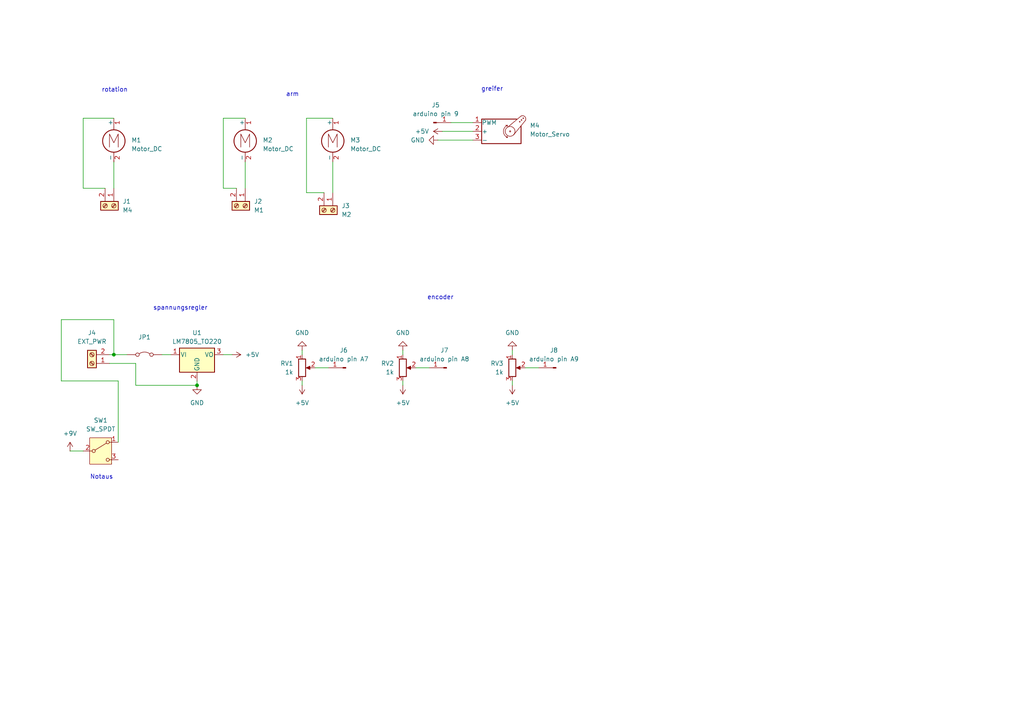
<source format=kicad_sch>
(kicad_sch
	(version 20250114)
	(generator "eeschema")
	(generator_version "9.0")
	(uuid "ed3aa7ce-c64d-41a3-9916-a970ce5f7551")
	(paper "A4")
	(lib_symbols
		(symbol "Connector:Conn_01x01_Pin"
			(pin_names
				(offset 1.016)
				(hide yes)
			)
			(exclude_from_sim no)
			(in_bom yes)
			(on_board yes)
			(property "Reference" "J"
				(at 0 2.54 0)
				(effects
					(font
						(size 1.27 1.27)
					)
				)
			)
			(property "Value" "Conn_01x01_Pin"
				(at 0 -2.54 0)
				(effects
					(font
						(size 1.27 1.27)
					)
				)
			)
			(property "Footprint" ""
				(at 0 0 0)
				(effects
					(font
						(size 1.27 1.27)
					)
					(hide yes)
				)
			)
			(property "Datasheet" "~"
				(at 0 0 0)
				(effects
					(font
						(size 1.27 1.27)
					)
					(hide yes)
				)
			)
			(property "Description" "Generic connector, single row, 01x01, script generated"
				(at 0 0 0)
				(effects
					(font
						(size 1.27 1.27)
					)
					(hide yes)
				)
			)
			(property "ki_locked" ""
				(at 0 0 0)
				(effects
					(font
						(size 1.27 1.27)
					)
				)
			)
			(property "ki_keywords" "connector"
				(at 0 0 0)
				(effects
					(font
						(size 1.27 1.27)
					)
					(hide yes)
				)
			)
			(property "ki_fp_filters" "Connector*:*_1x??_*"
				(at 0 0 0)
				(effects
					(font
						(size 1.27 1.27)
					)
					(hide yes)
				)
			)
			(symbol "Conn_01x01_Pin_1_1"
				(rectangle
					(start 0.8636 0.127)
					(end 0 -0.127)
					(stroke
						(width 0.1524)
						(type default)
					)
					(fill
						(type outline)
					)
				)
				(polyline
					(pts
						(xy 1.27 0) (xy 0.8636 0)
					)
					(stroke
						(width 0.1524)
						(type default)
					)
					(fill
						(type none)
					)
				)
				(pin passive line
					(at 5.08 0 180)
					(length 3.81)
					(name "Pin_1"
						(effects
							(font
								(size 1.27 1.27)
							)
						)
					)
					(number "1"
						(effects
							(font
								(size 1.27 1.27)
							)
						)
					)
				)
			)
			(embedded_fonts no)
		)
		(symbol "Connector:Screw_Terminal_01x02"
			(pin_names
				(offset 1.016)
				(hide yes)
			)
			(exclude_from_sim no)
			(in_bom yes)
			(on_board yes)
			(property "Reference" "J"
				(at 0 2.54 0)
				(effects
					(font
						(size 1.27 1.27)
					)
				)
			)
			(property "Value" "Screw_Terminal_01x02"
				(at 0 -5.08 0)
				(effects
					(font
						(size 1.27 1.27)
					)
				)
			)
			(property "Footprint" ""
				(at 0 0 0)
				(effects
					(font
						(size 1.27 1.27)
					)
					(hide yes)
				)
			)
			(property "Datasheet" "~"
				(at 0 0 0)
				(effects
					(font
						(size 1.27 1.27)
					)
					(hide yes)
				)
			)
			(property "Description" "Generic screw terminal, single row, 01x02, script generated (kicad-library-utils/schlib/autogen/connector/)"
				(at 0 0 0)
				(effects
					(font
						(size 1.27 1.27)
					)
					(hide yes)
				)
			)
			(property "ki_keywords" "screw terminal"
				(at 0 0 0)
				(effects
					(font
						(size 1.27 1.27)
					)
					(hide yes)
				)
			)
			(property "ki_fp_filters" "TerminalBlock*:*"
				(at 0 0 0)
				(effects
					(font
						(size 1.27 1.27)
					)
					(hide yes)
				)
			)
			(symbol "Screw_Terminal_01x02_1_1"
				(rectangle
					(start -1.27 1.27)
					(end 1.27 -3.81)
					(stroke
						(width 0.254)
						(type default)
					)
					(fill
						(type background)
					)
				)
				(polyline
					(pts
						(xy -0.5334 0.3302) (xy 0.3302 -0.508)
					)
					(stroke
						(width 0.1524)
						(type default)
					)
					(fill
						(type none)
					)
				)
				(polyline
					(pts
						(xy -0.5334 -2.2098) (xy 0.3302 -3.048)
					)
					(stroke
						(width 0.1524)
						(type default)
					)
					(fill
						(type none)
					)
				)
				(polyline
					(pts
						(xy -0.3556 0.508) (xy 0.508 -0.3302)
					)
					(stroke
						(width 0.1524)
						(type default)
					)
					(fill
						(type none)
					)
				)
				(polyline
					(pts
						(xy -0.3556 -2.032) (xy 0.508 -2.8702)
					)
					(stroke
						(width 0.1524)
						(type default)
					)
					(fill
						(type none)
					)
				)
				(circle
					(center 0 0)
					(radius 0.635)
					(stroke
						(width 0.1524)
						(type default)
					)
					(fill
						(type none)
					)
				)
				(circle
					(center 0 -2.54)
					(radius 0.635)
					(stroke
						(width 0.1524)
						(type default)
					)
					(fill
						(type none)
					)
				)
				(pin passive line
					(at -5.08 0 0)
					(length 3.81)
					(name "Pin_1"
						(effects
							(font
								(size 1.27 1.27)
							)
						)
					)
					(number "1"
						(effects
							(font
								(size 1.27 1.27)
							)
						)
					)
				)
				(pin passive line
					(at -5.08 -2.54 0)
					(length 3.81)
					(name "Pin_2"
						(effects
							(font
								(size 1.27 1.27)
							)
						)
					)
					(number "2"
						(effects
							(font
								(size 1.27 1.27)
							)
						)
					)
				)
			)
			(embedded_fonts no)
		)
		(symbol "Device:R_Potentiometer"
			(pin_names
				(offset 1.016)
				(hide yes)
			)
			(exclude_from_sim no)
			(in_bom yes)
			(on_board yes)
			(property "Reference" "RV"
				(at -4.445 0 90)
				(effects
					(font
						(size 1.27 1.27)
					)
				)
			)
			(property "Value" "R_Potentiometer"
				(at -2.54 0 90)
				(effects
					(font
						(size 1.27 1.27)
					)
				)
			)
			(property "Footprint" ""
				(at 0 0 0)
				(effects
					(font
						(size 1.27 1.27)
					)
					(hide yes)
				)
			)
			(property "Datasheet" "~"
				(at 0 0 0)
				(effects
					(font
						(size 1.27 1.27)
					)
					(hide yes)
				)
			)
			(property "Description" "Potentiometer"
				(at 0 0 0)
				(effects
					(font
						(size 1.27 1.27)
					)
					(hide yes)
				)
			)
			(property "ki_keywords" "resistor variable"
				(at 0 0 0)
				(effects
					(font
						(size 1.27 1.27)
					)
					(hide yes)
				)
			)
			(property "ki_fp_filters" "Potentiometer*"
				(at 0 0 0)
				(effects
					(font
						(size 1.27 1.27)
					)
					(hide yes)
				)
			)
			(symbol "R_Potentiometer_0_1"
				(rectangle
					(start 1.016 2.54)
					(end -1.016 -2.54)
					(stroke
						(width 0.254)
						(type default)
					)
					(fill
						(type none)
					)
				)
				(polyline
					(pts
						(xy 1.143 0) (xy 2.286 0.508) (xy 2.286 -0.508) (xy 1.143 0)
					)
					(stroke
						(width 0)
						(type default)
					)
					(fill
						(type outline)
					)
				)
				(polyline
					(pts
						(xy 2.54 0) (xy 1.524 0)
					)
					(stroke
						(width 0)
						(type default)
					)
					(fill
						(type none)
					)
				)
			)
			(symbol "R_Potentiometer_1_1"
				(pin passive line
					(at 0 3.81 270)
					(length 1.27)
					(name "1"
						(effects
							(font
								(size 1.27 1.27)
							)
						)
					)
					(number "1"
						(effects
							(font
								(size 1.27 1.27)
							)
						)
					)
				)
				(pin passive line
					(at 0 -3.81 90)
					(length 1.27)
					(name "3"
						(effects
							(font
								(size 1.27 1.27)
							)
						)
					)
					(number "3"
						(effects
							(font
								(size 1.27 1.27)
							)
						)
					)
				)
				(pin passive line
					(at 3.81 0 180)
					(length 1.27)
					(name "2"
						(effects
							(font
								(size 1.27 1.27)
							)
						)
					)
					(number "2"
						(effects
							(font
								(size 1.27 1.27)
							)
						)
					)
				)
			)
			(embedded_fonts no)
		)
		(symbol "Jumper:Jumper_2_Bridged"
			(pin_numbers
				(hide yes)
			)
			(pin_names
				(offset 0)
				(hide yes)
			)
			(exclude_from_sim yes)
			(in_bom yes)
			(on_board yes)
			(property "Reference" "JP"
				(at 0 1.905 0)
				(effects
					(font
						(size 1.27 1.27)
					)
				)
			)
			(property "Value" "Jumper_2_Bridged"
				(at 0 -2.54 0)
				(effects
					(font
						(size 1.27 1.27)
					)
				)
			)
			(property "Footprint" ""
				(at 0 0 0)
				(effects
					(font
						(size 1.27 1.27)
					)
					(hide yes)
				)
			)
			(property "Datasheet" "~"
				(at 0 0 0)
				(effects
					(font
						(size 1.27 1.27)
					)
					(hide yes)
				)
			)
			(property "Description" "Jumper, 2-pole, closed/bridged"
				(at 0 0 0)
				(effects
					(font
						(size 1.27 1.27)
					)
					(hide yes)
				)
			)
			(property "ki_keywords" "Jumper SPST"
				(at 0 0 0)
				(effects
					(font
						(size 1.27 1.27)
					)
					(hide yes)
				)
			)
			(property "ki_fp_filters" "Jumper* TestPoint*2Pads* TestPoint*Bridge*"
				(at 0 0 0)
				(effects
					(font
						(size 1.27 1.27)
					)
					(hide yes)
				)
			)
			(symbol "Jumper_2_Bridged_0_0"
				(circle
					(center -2.032 0)
					(radius 0.508)
					(stroke
						(width 0)
						(type default)
					)
					(fill
						(type none)
					)
				)
				(circle
					(center 2.032 0)
					(radius 0.508)
					(stroke
						(width 0)
						(type default)
					)
					(fill
						(type none)
					)
				)
			)
			(symbol "Jumper_2_Bridged_0_1"
				(arc
					(start -1.524 0.254)
					(mid 0 0.762)
					(end 1.524 0.254)
					(stroke
						(width 0)
						(type default)
					)
					(fill
						(type none)
					)
				)
			)
			(symbol "Jumper_2_Bridged_1_1"
				(pin passive line
					(at -5.08 0 0)
					(length 2.54)
					(name "A"
						(effects
							(font
								(size 1.27 1.27)
							)
						)
					)
					(number "1"
						(effects
							(font
								(size 1.27 1.27)
							)
						)
					)
				)
				(pin passive line
					(at 5.08 0 180)
					(length 2.54)
					(name "B"
						(effects
							(font
								(size 1.27 1.27)
							)
						)
					)
					(number "2"
						(effects
							(font
								(size 1.27 1.27)
							)
						)
					)
				)
			)
			(embedded_fonts no)
		)
		(symbol "Motor:Motor_DC"
			(pin_names
				(offset 0)
			)
			(exclude_from_sim no)
			(in_bom yes)
			(on_board yes)
			(property "Reference" "M"
				(at 2.54 2.54 0)
				(effects
					(font
						(size 1.27 1.27)
					)
					(justify left)
				)
			)
			(property "Value" "Motor_DC"
				(at 2.54 -5.08 0)
				(effects
					(font
						(size 1.27 1.27)
					)
					(justify left top)
				)
			)
			(property "Footprint" ""
				(at 0 -2.286 0)
				(effects
					(font
						(size 1.27 1.27)
					)
					(hide yes)
				)
			)
			(property "Datasheet" "~"
				(at 0 -2.286 0)
				(effects
					(font
						(size 1.27 1.27)
					)
					(hide yes)
				)
			)
			(property "Description" "DC Motor"
				(at 0 0 0)
				(effects
					(font
						(size 1.27 1.27)
					)
					(hide yes)
				)
			)
			(property "ki_keywords" "DC Motor"
				(at 0 0 0)
				(effects
					(font
						(size 1.27 1.27)
					)
					(hide yes)
				)
			)
			(property "ki_fp_filters" "PinHeader*P2.54mm* TerminalBlock*"
				(at 0 0 0)
				(effects
					(font
						(size 1.27 1.27)
					)
					(hide yes)
				)
			)
			(symbol "Motor_DC_0_0"
				(polyline
					(pts
						(xy -1.27 -3.302) (xy -1.27 0.508) (xy 0 -2.032) (xy 1.27 0.508) (xy 1.27 -3.302)
					)
					(stroke
						(width 0)
						(type default)
					)
					(fill
						(type none)
					)
				)
			)
			(symbol "Motor_DC_0_1"
				(polyline
					(pts
						(xy 0 2.032) (xy 0 2.54)
					)
					(stroke
						(width 0)
						(type default)
					)
					(fill
						(type none)
					)
				)
				(polyline
					(pts
						(xy 0 1.7272) (xy 0 2.0828)
					)
					(stroke
						(width 0)
						(type default)
					)
					(fill
						(type none)
					)
				)
				(circle
					(center 0 -1.524)
					(radius 3.2512)
					(stroke
						(width 0.254)
						(type default)
					)
					(fill
						(type none)
					)
				)
				(polyline
					(pts
						(xy 0 -4.7752) (xy 0 -5.1816)
					)
					(stroke
						(width 0)
						(type default)
					)
					(fill
						(type none)
					)
				)
				(polyline
					(pts
						(xy 0 -7.62) (xy 0 -7.112)
					)
					(stroke
						(width 0)
						(type default)
					)
					(fill
						(type none)
					)
				)
			)
			(symbol "Motor_DC_1_1"
				(pin passive line
					(at 0 5.08 270)
					(length 2.54)
					(name "+"
						(effects
							(font
								(size 1.27 1.27)
							)
						)
					)
					(number "1"
						(effects
							(font
								(size 1.27 1.27)
							)
						)
					)
				)
				(pin passive line
					(at 0 -7.62 90)
					(length 2.54)
					(name "-"
						(effects
							(font
								(size 1.27 1.27)
							)
						)
					)
					(number "2"
						(effects
							(font
								(size 1.27 1.27)
							)
						)
					)
				)
			)
			(embedded_fonts no)
		)
		(symbol "Motor:Motor_Servo"
			(pin_names
				(offset 0.0254)
			)
			(exclude_from_sim no)
			(in_bom yes)
			(on_board yes)
			(property "Reference" "M"
				(at -5.08 4.445 0)
				(effects
					(font
						(size 1.27 1.27)
					)
					(justify left)
				)
			)
			(property "Value" "Motor_Servo"
				(at -5.08 -4.064 0)
				(effects
					(font
						(size 1.27 1.27)
					)
					(justify left top)
				)
			)
			(property "Footprint" ""
				(at 0 -4.826 0)
				(effects
					(font
						(size 1.27 1.27)
					)
					(hide yes)
				)
			)
			(property "Datasheet" "http://forums.parallax.com/uploads/attachments/46831/74481.png"
				(at 0 -4.826 0)
				(effects
					(font
						(size 1.27 1.27)
					)
					(hide yes)
				)
			)
			(property "Description" "Servo Motor (Futaba, HiTec, JR connector)"
				(at 0 0 0)
				(effects
					(font
						(size 1.27 1.27)
					)
					(hide yes)
				)
			)
			(property "ki_keywords" "Servo Motor"
				(at 0 0 0)
				(effects
					(font
						(size 1.27 1.27)
					)
					(hide yes)
				)
			)
			(property "ki_fp_filters" "PinHeader*P2.54mm*"
				(at 0 0 0)
				(effects
					(font
						(size 1.27 1.27)
					)
					(hide yes)
				)
			)
			(symbol "Motor_Servo_0_1"
				(polyline
					(pts
						(xy 2.413 1.778) (xy 1.905 1.778)
					)
					(stroke
						(width 0)
						(type default)
					)
					(fill
						(type none)
					)
				)
				(polyline
					(pts
						(xy 2.413 1.778) (xy 2.286 1.397)
					)
					(stroke
						(width 0)
						(type default)
					)
					(fill
						(type none)
					)
				)
				(polyline
					(pts
						(xy 2.413 -1.778) (xy 2.032 -1.778)
					)
					(stroke
						(width 0)
						(type default)
					)
					(fill
						(type none)
					)
				)
				(polyline
					(pts
						(xy 2.413 -1.778) (xy 2.286 -1.397)
					)
					(stroke
						(width 0)
						(type default)
					)
					(fill
						(type none)
					)
				)
				(arc
					(start 2.413 -1.778)
					(mid 1.2406 0)
					(end 2.413 1.778)
					(stroke
						(width 0)
						(type default)
					)
					(fill
						(type none)
					)
				)
				(circle
					(center 3.175 0)
					(radius 0.1778)
					(stroke
						(width 0)
						(type default)
					)
					(fill
						(type none)
					)
				)
				(circle
					(center 3.175 0)
					(radius 1.4224)
					(stroke
						(width 0)
						(type default)
					)
					(fill
						(type none)
					)
				)
				(polyline
					(pts
						(xy 5.08 3.556) (xy -5.08 3.556) (xy -5.08 -3.556) (xy 6.35 -3.556) (xy 6.35 1.524)
					)
					(stroke
						(width 0.254)
						(type default)
					)
					(fill
						(type none)
					)
				)
				(circle
					(center 5.969 2.794)
					(radius 0.127)
					(stroke
						(width 0)
						(type default)
					)
					(fill
						(type none)
					)
				)
				(polyline
					(pts
						(xy 6.35 4.445) (xy 2.54 1.27)
					)
					(stroke
						(width 0)
						(type default)
					)
					(fill
						(type none)
					)
				)
				(circle
					(center 6.477 3.302)
					(radius 0.127)
					(stroke
						(width 0)
						(type default)
					)
					(fill
						(type none)
					)
				)
				(arc
					(start 6.35 4.445)
					(mid 7.4487 4.2737)
					(end 7.62 3.175)
					(stroke
						(width 0)
						(type default)
					)
					(fill
						(type none)
					)
				)
				(circle
					(center 6.985 3.81)
					(radius 0.127)
					(stroke
						(width 0)
						(type default)
					)
					(fill
						(type none)
					)
				)
				(polyline
					(pts
						(xy 7.62 3.175) (xy 4.191 -1.016)
					)
					(stroke
						(width 0)
						(type default)
					)
					(fill
						(type none)
					)
				)
			)
			(symbol "Motor_Servo_1_1"
				(pin passive line
					(at -7.62 2.54 0)
					(length 2.54)
					(name "PWM"
						(effects
							(font
								(size 1.27 1.27)
							)
						)
					)
					(number "1"
						(effects
							(font
								(size 1.27 1.27)
							)
						)
					)
				)
				(pin passive line
					(at -7.62 0 0)
					(length 2.54)
					(name "+"
						(effects
							(font
								(size 1.27 1.27)
							)
						)
					)
					(number "2"
						(effects
							(font
								(size 1.27 1.27)
							)
						)
					)
				)
				(pin passive line
					(at -7.62 -2.54 0)
					(length 2.54)
					(name "-"
						(effects
							(font
								(size 1.27 1.27)
							)
						)
					)
					(number "3"
						(effects
							(font
								(size 1.27 1.27)
							)
						)
					)
				)
			)
			(embedded_fonts no)
		)
		(symbol "Regulator_Linear:LM7805_TO220"
			(pin_names
				(offset 0.254)
			)
			(exclude_from_sim no)
			(in_bom yes)
			(on_board yes)
			(property "Reference" "U"
				(at -3.81 3.175 0)
				(effects
					(font
						(size 1.27 1.27)
					)
				)
			)
			(property "Value" "LM7805_TO220"
				(at 0 3.175 0)
				(effects
					(font
						(size 1.27 1.27)
					)
					(justify left)
				)
			)
			(property "Footprint" "Package_TO_SOT_THT:TO-220-3_Vertical"
				(at 0 5.715 0)
				(effects
					(font
						(size 1.27 1.27)
						(italic yes)
					)
					(hide yes)
				)
			)
			(property "Datasheet" "https://www.onsemi.cn/PowerSolutions/document/MC7800-D.PDF"
				(at 0 -1.27 0)
				(effects
					(font
						(size 1.27 1.27)
					)
					(hide yes)
				)
			)
			(property "Description" "Positive 1A 35V Linear Regulator, Fixed Output 5V, TO-220"
				(at 0 0 0)
				(effects
					(font
						(size 1.27 1.27)
					)
					(hide yes)
				)
			)
			(property "ki_keywords" "Voltage Regulator 1A Positive"
				(at 0 0 0)
				(effects
					(font
						(size 1.27 1.27)
					)
					(hide yes)
				)
			)
			(property "ki_fp_filters" "TO?220*"
				(at 0 0 0)
				(effects
					(font
						(size 1.27 1.27)
					)
					(hide yes)
				)
			)
			(symbol "LM7805_TO220_0_1"
				(rectangle
					(start -5.08 1.905)
					(end 5.08 -5.08)
					(stroke
						(width 0.254)
						(type default)
					)
					(fill
						(type background)
					)
				)
			)
			(symbol "LM7805_TO220_1_1"
				(pin power_in line
					(at -7.62 0 0)
					(length 2.54)
					(name "VI"
						(effects
							(font
								(size 1.27 1.27)
							)
						)
					)
					(number "1"
						(effects
							(font
								(size 1.27 1.27)
							)
						)
					)
				)
				(pin power_in line
					(at 0 -7.62 90)
					(length 2.54)
					(name "GND"
						(effects
							(font
								(size 1.27 1.27)
							)
						)
					)
					(number "2"
						(effects
							(font
								(size 1.27 1.27)
							)
						)
					)
				)
				(pin power_out line
					(at 7.62 0 180)
					(length 2.54)
					(name "VO"
						(effects
							(font
								(size 1.27 1.27)
							)
						)
					)
					(number "3"
						(effects
							(font
								(size 1.27 1.27)
							)
						)
					)
				)
			)
			(embedded_fonts no)
		)
		(symbol "Switch:SW_SPDT"
			(pin_names
				(offset 0)
				(hide yes)
			)
			(exclude_from_sim no)
			(in_bom yes)
			(on_board yes)
			(property "Reference" "SW"
				(at 0 5.08 0)
				(effects
					(font
						(size 1.27 1.27)
					)
				)
			)
			(property "Value" "SW_SPDT"
				(at 0 -5.08 0)
				(effects
					(font
						(size 1.27 1.27)
					)
				)
			)
			(property "Footprint" ""
				(at 0 0 0)
				(effects
					(font
						(size 1.27 1.27)
					)
					(hide yes)
				)
			)
			(property "Datasheet" "~"
				(at 0 -7.62 0)
				(effects
					(font
						(size 1.27 1.27)
					)
					(hide yes)
				)
			)
			(property "Description" "Switch, single pole double throw"
				(at 0 0 0)
				(effects
					(font
						(size 1.27 1.27)
					)
					(hide yes)
				)
			)
			(property "ki_keywords" "switch single-pole double-throw spdt ON-ON"
				(at 0 0 0)
				(effects
					(font
						(size 1.27 1.27)
					)
					(hide yes)
				)
			)
			(symbol "SW_SPDT_0_1"
				(circle
					(center -2.032 0)
					(radius 0.4572)
					(stroke
						(width 0)
						(type default)
					)
					(fill
						(type none)
					)
				)
				(polyline
					(pts
						(xy -1.651 0.254) (xy 1.651 2.286)
					)
					(stroke
						(width 0)
						(type default)
					)
					(fill
						(type none)
					)
				)
				(circle
					(center 2.032 2.54)
					(radius 0.4572)
					(stroke
						(width 0)
						(type default)
					)
					(fill
						(type none)
					)
				)
				(circle
					(center 2.032 -2.54)
					(radius 0.4572)
					(stroke
						(width 0)
						(type default)
					)
					(fill
						(type none)
					)
				)
			)
			(symbol "SW_SPDT_1_1"
				(rectangle
					(start -3.175 3.81)
					(end 3.175 -3.81)
					(stroke
						(width 0)
						(type default)
					)
					(fill
						(type background)
					)
				)
				(pin passive line
					(at -5.08 0 0)
					(length 2.54)
					(name "B"
						(effects
							(font
								(size 1.27 1.27)
							)
						)
					)
					(number "2"
						(effects
							(font
								(size 1.27 1.27)
							)
						)
					)
				)
				(pin passive line
					(at 5.08 2.54 180)
					(length 2.54)
					(name "A"
						(effects
							(font
								(size 1.27 1.27)
							)
						)
					)
					(number "1"
						(effects
							(font
								(size 1.27 1.27)
							)
						)
					)
				)
				(pin passive line
					(at 5.08 -2.54 180)
					(length 2.54)
					(name "C"
						(effects
							(font
								(size 1.27 1.27)
							)
						)
					)
					(number "3"
						(effects
							(font
								(size 1.27 1.27)
							)
						)
					)
				)
			)
			(embedded_fonts no)
		)
		(symbol "power:+5V"
			(power)
			(pin_numbers
				(hide yes)
			)
			(pin_names
				(offset 0)
				(hide yes)
			)
			(exclude_from_sim no)
			(in_bom yes)
			(on_board yes)
			(property "Reference" "#PWR"
				(at 0 -3.81 0)
				(effects
					(font
						(size 1.27 1.27)
					)
					(hide yes)
				)
			)
			(property "Value" "+5V"
				(at 0 3.556 0)
				(effects
					(font
						(size 1.27 1.27)
					)
				)
			)
			(property "Footprint" ""
				(at 0 0 0)
				(effects
					(font
						(size 1.27 1.27)
					)
					(hide yes)
				)
			)
			(property "Datasheet" ""
				(at 0 0 0)
				(effects
					(font
						(size 1.27 1.27)
					)
					(hide yes)
				)
			)
			(property "Description" "Power symbol creates a global label with name \"+5V\""
				(at 0 0 0)
				(effects
					(font
						(size 1.27 1.27)
					)
					(hide yes)
				)
			)
			(property "ki_keywords" "global power"
				(at 0 0 0)
				(effects
					(font
						(size 1.27 1.27)
					)
					(hide yes)
				)
			)
			(symbol "+5V_0_1"
				(polyline
					(pts
						(xy -0.762 1.27) (xy 0 2.54)
					)
					(stroke
						(width 0)
						(type default)
					)
					(fill
						(type none)
					)
				)
				(polyline
					(pts
						(xy 0 2.54) (xy 0.762 1.27)
					)
					(stroke
						(width 0)
						(type default)
					)
					(fill
						(type none)
					)
				)
				(polyline
					(pts
						(xy 0 0) (xy 0 2.54)
					)
					(stroke
						(width 0)
						(type default)
					)
					(fill
						(type none)
					)
				)
			)
			(symbol "+5V_1_1"
				(pin power_in line
					(at 0 0 90)
					(length 0)
					(name "~"
						(effects
							(font
								(size 1.27 1.27)
							)
						)
					)
					(number "1"
						(effects
							(font
								(size 1.27 1.27)
							)
						)
					)
				)
			)
			(embedded_fonts no)
		)
		(symbol "power:+9V"
			(power)
			(pin_numbers
				(hide yes)
			)
			(pin_names
				(offset 0)
				(hide yes)
			)
			(exclude_from_sim no)
			(in_bom yes)
			(on_board yes)
			(property "Reference" "#PWR"
				(at 0 -3.81 0)
				(effects
					(font
						(size 1.27 1.27)
					)
					(hide yes)
				)
			)
			(property "Value" "+9V"
				(at 0 3.556 0)
				(effects
					(font
						(size 1.27 1.27)
					)
				)
			)
			(property "Footprint" ""
				(at 0 0 0)
				(effects
					(font
						(size 1.27 1.27)
					)
					(hide yes)
				)
			)
			(property "Datasheet" ""
				(at 0 0 0)
				(effects
					(font
						(size 1.27 1.27)
					)
					(hide yes)
				)
			)
			(property "Description" "Power symbol creates a global label with name \"+9V\""
				(at 0 0 0)
				(effects
					(font
						(size 1.27 1.27)
					)
					(hide yes)
				)
			)
			(property "ki_keywords" "global power"
				(at 0 0 0)
				(effects
					(font
						(size 1.27 1.27)
					)
					(hide yes)
				)
			)
			(symbol "+9V_0_1"
				(polyline
					(pts
						(xy -0.762 1.27) (xy 0 2.54)
					)
					(stroke
						(width 0)
						(type default)
					)
					(fill
						(type none)
					)
				)
				(polyline
					(pts
						(xy 0 2.54) (xy 0.762 1.27)
					)
					(stroke
						(width 0)
						(type default)
					)
					(fill
						(type none)
					)
				)
				(polyline
					(pts
						(xy 0 0) (xy 0 2.54)
					)
					(stroke
						(width 0)
						(type default)
					)
					(fill
						(type none)
					)
				)
			)
			(symbol "+9V_1_1"
				(pin power_in line
					(at 0 0 90)
					(length 0)
					(name "~"
						(effects
							(font
								(size 1.27 1.27)
							)
						)
					)
					(number "1"
						(effects
							(font
								(size 1.27 1.27)
							)
						)
					)
				)
			)
			(embedded_fonts no)
		)
		(symbol "power:GND"
			(power)
			(pin_numbers
				(hide yes)
			)
			(pin_names
				(offset 0)
				(hide yes)
			)
			(exclude_from_sim no)
			(in_bom yes)
			(on_board yes)
			(property "Reference" "#PWR"
				(at 0 -6.35 0)
				(effects
					(font
						(size 1.27 1.27)
					)
					(hide yes)
				)
			)
			(property "Value" "GND"
				(at 0 -3.81 0)
				(effects
					(font
						(size 1.27 1.27)
					)
				)
			)
			(property "Footprint" ""
				(at 0 0 0)
				(effects
					(font
						(size 1.27 1.27)
					)
					(hide yes)
				)
			)
			(property "Datasheet" ""
				(at 0 0 0)
				(effects
					(font
						(size 1.27 1.27)
					)
					(hide yes)
				)
			)
			(property "Description" "Power symbol creates a global label with name \"GND\" , ground"
				(at 0 0 0)
				(effects
					(font
						(size 1.27 1.27)
					)
					(hide yes)
				)
			)
			(property "ki_keywords" "global power"
				(at 0 0 0)
				(effects
					(font
						(size 1.27 1.27)
					)
					(hide yes)
				)
			)
			(symbol "GND_0_1"
				(polyline
					(pts
						(xy 0 0) (xy 0 -1.27) (xy 1.27 -1.27) (xy 0 -2.54) (xy -1.27 -1.27) (xy 0 -1.27)
					)
					(stroke
						(width 0)
						(type default)
					)
					(fill
						(type none)
					)
				)
			)
			(symbol "GND_1_1"
				(pin power_in line
					(at 0 0 270)
					(length 0)
					(name "~"
						(effects
							(font
								(size 1.27 1.27)
							)
						)
					)
					(number "1"
						(effects
							(font
								(size 1.27 1.27)
							)
						)
					)
				)
			)
			(embedded_fonts no)
		)
	)
	(text "encoder"
		(exclude_from_sim no)
		(at 127.762 86.36 0)
		(effects
			(font
				(size 1.27 1.27)
			)
		)
		(uuid "0018281c-2355-4590-ac1c-f495d20a514c")
	)
	(text "arm"
		(exclude_from_sim no)
		(at 84.836 27.432 0)
		(effects
			(font
				(size 1.27 1.27)
			)
		)
		(uuid "86d78e16-5078-46eb-b157-876bf7fdc09e")
	)
	(text "Notaus"
		(exclude_from_sim no)
		(at 29.464 138.43 0)
		(effects
			(font
				(size 1.27 1.27)
			)
		)
		(uuid "9574eea5-5db5-4169-a1d4-550910ed8552")
	)
	(text "rotation"
		(exclude_from_sim no)
		(at 33.274 26.162 0)
		(effects
			(font
				(size 1.27 1.27)
			)
		)
		(uuid "961f1f24-ab71-45ba-ac6c-ba4cf42792c6")
	)
	(text "greifer"
		(exclude_from_sim no)
		(at 142.748 25.908 0)
		(effects
			(font
				(size 1.27 1.27)
			)
		)
		(uuid "a3550532-f136-495a-bf3a-322cf26175f1")
	)
	(text "spannungsregler\n"
		(exclude_from_sim no)
		(at 52.324 89.408 0)
		(effects
			(font
				(size 1.27 1.27)
			)
		)
		(uuid "d1b2fc61-397c-4715-9b62-902970bcdce6")
	)
	(junction
		(at 33.02 102.87)
		(diameter 0)
		(color 0 0 0 0)
		(uuid "10b00dda-f585-49ae-8ff2-cad6a6f46eca")
	)
	(junction
		(at 57.15 111.76)
		(diameter 0)
		(color 0 0 0 0)
		(uuid "d9ea2c06-2637-4709-bd44-a057edc64e39")
	)
	(wire
		(pts
			(xy 156.21 106.68) (xy 152.4 106.68)
		)
		(stroke
			(width 0)
			(type default)
		)
		(uuid "0054d8a8-adec-4ea7-9f5d-9b48f8f0853c")
	)
	(wire
		(pts
			(xy 34.29 110.49) (xy 17.78 110.49)
		)
		(stroke
			(width 0)
			(type default)
		)
		(uuid "021f3c4e-3ae1-4f24-9f27-2d47a226110c")
	)
	(wire
		(pts
			(xy 33.02 102.87) (xy 36.83 102.87)
		)
		(stroke
			(width 0)
			(type default)
		)
		(uuid "10872699-e18b-4c63-accd-46acb8d0d821")
	)
	(wire
		(pts
			(xy 24.13 34.29) (xy 33.02 34.29)
		)
		(stroke
			(width 0)
			(type default)
		)
		(uuid "1860f896-8c92-46c8-b539-9adfb2aa05c1")
	)
	(wire
		(pts
			(xy 17.78 92.71) (xy 33.02 92.71)
		)
		(stroke
			(width 0)
			(type default)
		)
		(uuid "26c01b9c-94f6-4c46-bcee-a200e126c0be")
	)
	(wire
		(pts
			(xy 17.78 110.49) (xy 17.78 92.71)
		)
		(stroke
			(width 0)
			(type default)
		)
		(uuid "2834daa3-338a-4aa4-886e-a61b3000b491")
	)
	(wire
		(pts
			(xy 128.27 38.1) (xy 137.16 38.1)
		)
		(stroke
			(width 0)
			(type default)
		)
		(uuid "32fb480c-0811-4019-ab66-962fa79da487")
	)
	(wire
		(pts
			(xy 93.98 55.88) (xy 88.9 55.88)
		)
		(stroke
			(width 0)
			(type default)
		)
		(uuid "3b402d93-a9b4-4631-a76b-978a717be825")
	)
	(wire
		(pts
			(xy 39.37 105.41) (xy 39.37 111.76)
		)
		(stroke
			(width 0)
			(type default)
		)
		(uuid "42efc8fe-2277-48bd-89d3-50f7038f13a5")
	)
	(wire
		(pts
			(xy 148.59 110.49) (xy 148.59 111.76)
		)
		(stroke
			(width 0)
			(type default)
		)
		(uuid "549bf180-85df-470f-a7d0-0cac8f4d896e")
	)
	(wire
		(pts
			(xy 96.52 46.99) (xy 96.52 55.88)
		)
		(stroke
			(width 0)
			(type default)
		)
		(uuid "55aeb973-8d9e-42fe-8f50-2caa7fa513cc")
	)
	(wire
		(pts
			(xy 87.63 101.6) (xy 87.63 102.87)
		)
		(stroke
			(width 0)
			(type default)
		)
		(uuid "65ec87e2-96f0-441f-8cb0-bf0ecf46fe12")
	)
	(wire
		(pts
			(xy 88.9 55.88) (xy 88.9 34.29)
		)
		(stroke
			(width 0)
			(type default)
		)
		(uuid "69bd3435-e992-4e55-927d-a9adb1d7a997")
	)
	(wire
		(pts
			(xy 31.75 102.87) (xy 33.02 102.87)
		)
		(stroke
			(width 0)
			(type default)
		)
		(uuid "6c3b72b9-0c10-4836-b88a-d0b6b69a2114")
	)
	(wire
		(pts
			(xy 116.84 101.6) (xy 116.84 102.87)
		)
		(stroke
			(width 0)
			(type default)
		)
		(uuid "6f09beff-89a3-4b85-a831-66368dd97efa")
	)
	(wire
		(pts
			(xy 30.48 54.61) (xy 24.13 54.61)
		)
		(stroke
			(width 0)
			(type default)
		)
		(uuid "705c51bd-6aea-451a-b475-b01a8dece418")
	)
	(wire
		(pts
			(xy 64.77 34.29) (xy 71.12 34.29)
		)
		(stroke
			(width 0)
			(type default)
		)
		(uuid "77c10feb-8d01-4a49-ad1c-2475091affd7")
	)
	(wire
		(pts
			(xy 33.02 46.99) (xy 33.02 54.61)
		)
		(stroke
			(width 0)
			(type default)
		)
		(uuid "842d2e4a-6acf-4248-a3fb-3a8d45ee49fa")
	)
	(wire
		(pts
			(xy 124.46 106.68) (xy 120.65 106.68)
		)
		(stroke
			(width 0)
			(type default)
		)
		(uuid "86c592cb-052c-464c-9747-00f4200d12c8")
	)
	(wire
		(pts
			(xy 57.15 110.49) (xy 57.15 111.76)
		)
		(stroke
			(width 0)
			(type default)
		)
		(uuid "8b8b5940-4fe1-4399-a1e8-4f667b4c04fb")
	)
	(wire
		(pts
			(xy 87.63 110.49) (xy 87.63 111.76)
		)
		(stroke
			(width 0)
			(type default)
		)
		(uuid "8ea6cbb5-a032-4b27-8242-e55be79010cc")
	)
	(wire
		(pts
			(xy 20.32 130.81) (xy 24.13 130.81)
		)
		(stroke
			(width 0)
			(type default)
		)
		(uuid "950eff22-bac2-4246-88df-206955544097")
	)
	(wire
		(pts
			(xy 64.77 54.61) (xy 64.77 34.29)
		)
		(stroke
			(width 0)
			(type default)
		)
		(uuid "966e124a-c551-4b9d-ad49-7c5be5d2d4f7")
	)
	(wire
		(pts
			(xy 148.59 101.6) (xy 148.59 102.87)
		)
		(stroke
			(width 0)
			(type default)
		)
		(uuid "97991832-1d01-479e-b8ba-cd55f821465b")
	)
	(wire
		(pts
			(xy 33.02 92.71) (xy 33.02 102.87)
		)
		(stroke
			(width 0)
			(type default)
		)
		(uuid "ada0c9f2-a832-4e9a-b60d-e921d56b2664")
	)
	(wire
		(pts
			(xy 88.9 34.29) (xy 96.52 34.29)
		)
		(stroke
			(width 0)
			(type default)
		)
		(uuid "aec42c1a-604c-440c-b81f-9cbe54064a7b")
	)
	(wire
		(pts
			(xy 68.58 54.61) (xy 64.77 54.61)
		)
		(stroke
			(width 0)
			(type default)
		)
		(uuid "b4d13c9e-8775-43f8-82f4-8f92d643967e")
	)
	(wire
		(pts
			(xy 24.13 54.61) (xy 24.13 34.29)
		)
		(stroke
			(width 0)
			(type default)
		)
		(uuid "b9ff9150-5ac1-40aa-a4d1-c3eb4aa48411")
	)
	(wire
		(pts
			(xy 116.84 110.49) (xy 116.84 111.76)
		)
		(stroke
			(width 0)
			(type default)
		)
		(uuid "bc2e53c8-4af9-4147-99e2-22b39b25240d")
	)
	(wire
		(pts
			(xy 130.81 35.56) (xy 137.16 35.56)
		)
		(stroke
			(width 0)
			(type default)
		)
		(uuid "bfc7afb2-7277-4926-95f0-53070861995d")
	)
	(wire
		(pts
			(xy 39.37 111.76) (xy 57.15 111.76)
		)
		(stroke
			(width 0)
			(type default)
		)
		(uuid "c0c24249-f51a-4c77-b4b6-baa864abab40")
	)
	(wire
		(pts
			(xy 46.99 102.87) (xy 49.53 102.87)
		)
		(stroke
			(width 0)
			(type default)
		)
		(uuid "cefdbf5a-7a6b-451e-a343-91ea8d81fea9")
	)
	(wire
		(pts
			(xy 31.75 105.41) (xy 39.37 105.41)
		)
		(stroke
			(width 0)
			(type default)
		)
		(uuid "d1863356-49f3-48af-8aee-8901aa3a9217")
	)
	(wire
		(pts
			(xy 127 40.64) (xy 137.16 40.64)
		)
		(stroke
			(width 0)
			(type default)
		)
		(uuid "e9a01515-f761-4909-974c-5de6ea4db582")
	)
	(wire
		(pts
			(xy 34.29 128.27) (xy 34.29 110.49)
		)
		(stroke
			(width 0)
			(type default)
		)
		(uuid "ea516fa9-5d47-4633-a1d3-d511a1b41140")
	)
	(wire
		(pts
			(xy 64.77 102.87) (xy 67.31 102.87)
		)
		(stroke
			(width 0)
			(type default)
		)
		(uuid "ebf67325-a2dd-483b-ad9c-520d5aa150f7")
	)
	(wire
		(pts
			(xy 95.25 106.68) (xy 91.44 106.68)
		)
		(stroke
			(width 0)
			(type default)
		)
		(uuid "fa9c9270-bebe-46e2-9654-b3e2795b031e")
	)
	(wire
		(pts
			(xy 71.12 46.99) (xy 71.12 54.61)
		)
		(stroke
			(width 0)
			(type default)
		)
		(uuid "fd9d2bf3-1964-400f-a1b8-eaa4fc72bb16")
	)
	(symbol
		(lib_id "power:GND")
		(at 127 40.64 270)
		(unit 1)
		(exclude_from_sim no)
		(in_bom yes)
		(on_board yes)
		(dnp no)
		(fields_autoplaced yes)
		(uuid "0f34f5a5-3eba-40ed-bb71-c224805674df")
		(property "Reference" "#PWR02"
			(at 120.65 40.64 0)
			(effects
				(font
					(size 1.27 1.27)
				)
				(hide yes)
			)
		)
		(property "Value" "GND"
			(at 123.19 40.6399 90)
			(effects
				(font
					(size 1.27 1.27)
				)
				(justify right)
			)
		)
		(property "Footprint" ""
			(at 127 40.64 0)
			(effects
				(font
					(size 1.27 1.27)
				)
				(hide yes)
			)
		)
		(property "Datasheet" ""
			(at 127 40.64 0)
			(effects
				(font
					(size 1.27 1.27)
				)
				(hide yes)
			)
		)
		(property "Description" "Power symbol creates a global label with name \"GND\" , ground"
			(at 127 40.64 0)
			(effects
				(font
					(size 1.27 1.27)
				)
				(hide yes)
			)
		)
		(pin "1"
			(uuid "6b51a8cf-c916-4feb-8a0c-aad818e8e54b")
		)
		(instances
			(project "schaltplan poti"
				(path "/ed3aa7ce-c64d-41a3-9916-a970ce5f7551"
					(reference "#PWR02")
					(unit 1)
				)
			)
		)
	)
	(symbol
		(lib_id "Connector:Screw_Terminal_01x02")
		(at 96.52 60.96 270)
		(unit 1)
		(exclude_from_sim no)
		(in_bom yes)
		(on_board yes)
		(dnp no)
		(fields_autoplaced yes)
		(uuid "15521dab-0704-47d6-8907-0a8e89011ebb")
		(property "Reference" "J3"
			(at 99.06 59.6899 90)
			(effects
				(font
					(size 1.27 1.27)
				)
				(justify left)
			)
		)
		(property "Value" "M2"
			(at 99.06 62.2299 90)
			(effects
				(font
					(size 1.27 1.27)
				)
				(justify left)
			)
		)
		(property "Footprint" ""
			(at 96.52 60.96 0)
			(effects
				(font
					(size 1.27 1.27)
				)
				(hide yes)
			)
		)
		(property "Datasheet" "~"
			(at 96.52 60.96 0)
			(effects
				(font
					(size 1.27 1.27)
				)
				(hide yes)
			)
		)
		(property "Description" "Generic screw terminal, single row, 01x02, script generated (kicad-library-utils/schlib/autogen/connector/)"
			(at 96.52 60.96 0)
			(effects
				(font
					(size 1.27 1.27)
				)
				(hide yes)
			)
		)
		(pin "2"
			(uuid "a0bf6bfc-22ba-43ac-a893-ce34a7685252")
		)
		(pin "1"
			(uuid "43aeb61a-3ab9-4c75-9dae-d724fb71e188")
		)
		(instances
			(project "schaltplan poti"
				(path "/ed3aa7ce-c64d-41a3-9916-a970ce5f7551"
					(reference "J3")
					(unit 1)
				)
			)
		)
	)
	(symbol
		(lib_id "power:GND")
		(at 57.15 111.76 0)
		(unit 1)
		(exclude_from_sim no)
		(in_bom yes)
		(on_board yes)
		(dnp no)
		(fields_autoplaced yes)
		(uuid "1cb416f4-c6bb-40e3-bcb0-c248a23ad56f")
		(property "Reference" "#PWR04"
			(at 57.15 118.11 0)
			(effects
				(font
					(size 1.27 1.27)
				)
				(hide yes)
			)
		)
		(property "Value" "GND"
			(at 57.15 116.84 0)
			(effects
				(font
					(size 1.27 1.27)
				)
			)
		)
		(property "Footprint" ""
			(at 57.15 111.76 0)
			(effects
				(font
					(size 1.27 1.27)
				)
				(hide yes)
			)
		)
		(property "Datasheet" ""
			(at 57.15 111.76 0)
			(effects
				(font
					(size 1.27 1.27)
				)
				(hide yes)
			)
		)
		(property "Description" "Power symbol creates a global label with name \"GND\" , ground"
			(at 57.15 111.76 0)
			(effects
				(font
					(size 1.27 1.27)
				)
				(hide yes)
			)
		)
		(pin "1"
			(uuid "2188a2d3-5ee3-44ba-8c05-39def79b7a89")
		)
		(instances
			(project "schaltplan poti"
				(path "/ed3aa7ce-c64d-41a3-9916-a970ce5f7551"
					(reference "#PWR04")
					(unit 1)
				)
			)
		)
	)
	(symbol
		(lib_id "power:+5V")
		(at 67.31 102.87 270)
		(unit 1)
		(exclude_from_sim no)
		(in_bom yes)
		(on_board yes)
		(dnp no)
		(fields_autoplaced yes)
		(uuid "2c7a5e99-92fb-4c63-a609-85cd1c2870b8")
		(property "Reference" "#PWR05"
			(at 63.5 102.87 0)
			(effects
				(font
					(size 1.27 1.27)
				)
				(hide yes)
			)
		)
		(property "Value" "+5V"
			(at 71.12 102.8699 90)
			(effects
				(font
					(size 1.27 1.27)
				)
				(justify left)
			)
		)
		(property "Footprint" ""
			(at 67.31 102.87 0)
			(effects
				(font
					(size 1.27 1.27)
				)
				(hide yes)
			)
		)
		(property "Datasheet" ""
			(at 67.31 102.87 0)
			(effects
				(font
					(size 1.27 1.27)
				)
				(hide yes)
			)
		)
		(property "Description" "Power symbol creates a global label with name \"+5V\""
			(at 67.31 102.87 0)
			(effects
				(font
					(size 1.27 1.27)
				)
				(hide yes)
			)
		)
		(pin "1"
			(uuid "a9acdeb1-3584-499f-837c-8b7261833168")
		)
		(instances
			(project "schaltplan poti"
				(path "/ed3aa7ce-c64d-41a3-9916-a970ce5f7551"
					(reference "#PWR05")
					(unit 1)
				)
			)
		)
	)
	(symbol
		(lib_id "Device:R_Potentiometer")
		(at 87.63 106.68 0)
		(unit 1)
		(exclude_from_sim no)
		(in_bom yes)
		(on_board yes)
		(dnp no)
		(fields_autoplaced yes)
		(uuid "2e5dd122-b9bd-453d-afbb-40a43a2fe845")
		(property "Reference" "RV1"
			(at 85.09 105.4099 0)
			(effects
				(font
					(size 1.27 1.27)
				)
				(justify right)
			)
		)
		(property "Value" "1k"
			(at 85.09 107.9499 0)
			(effects
				(font
					(size 1.27 1.27)
				)
				(justify right)
			)
		)
		(property "Footprint" ""
			(at 87.63 106.68 0)
			(effects
				(font
					(size 1.27 1.27)
				)
				(hide yes)
			)
		)
		(property "Datasheet" "~"
			(at 87.63 106.68 0)
			(effects
				(font
					(size 1.27 1.27)
				)
				(hide yes)
			)
		)
		(property "Description" "Potentiometer"
			(at 87.63 106.68 0)
			(effects
				(font
					(size 1.27 1.27)
				)
				(hide yes)
			)
		)
		(pin "3"
			(uuid "7dc0cf17-9a1d-4ca6-b709-24703074e05a")
		)
		(pin "1"
			(uuid "563b3bc3-353e-491a-9c09-0792e493d7d7")
		)
		(pin "2"
			(uuid "0d80f5ed-645e-4042-849d-7764b138df6a")
		)
		(instances
			(project ""
				(path "/ed3aa7ce-c64d-41a3-9916-a970ce5f7551"
					(reference "RV1")
					(unit 1)
				)
			)
		)
	)
	(symbol
		(lib_id "Motor:Motor_DC")
		(at 71.12 39.37 0)
		(unit 1)
		(exclude_from_sim no)
		(in_bom yes)
		(on_board yes)
		(dnp no)
		(fields_autoplaced yes)
		(uuid "35e31cf1-8b7f-474e-bddc-92cd6ad3c3aa")
		(property "Reference" "M2"
			(at 76.2 40.6399 0)
			(effects
				(font
					(size 1.27 1.27)
				)
				(justify left)
			)
		)
		(property "Value" "Motor_DC"
			(at 76.2 43.1799 0)
			(effects
				(font
					(size 1.27 1.27)
				)
				(justify left)
			)
		)
		(property "Footprint" ""
			(at 71.12 41.656 0)
			(effects
				(font
					(size 1.27 1.27)
				)
				(hide yes)
			)
		)
		(property "Datasheet" "~"
			(at 71.12 41.656 0)
			(effects
				(font
					(size 1.27 1.27)
				)
				(hide yes)
			)
		)
		(property "Description" "DC Motor"
			(at 71.12 39.37 0)
			(effects
				(font
					(size 1.27 1.27)
				)
				(hide yes)
			)
		)
		(pin "1"
			(uuid "6000ba26-3061-47eb-bf95-f75dfa3c4966")
		)
		(pin "2"
			(uuid "e76fa508-4d79-4e64-a974-d5caa19be266")
		)
		(instances
			(project "schaltplan poti"
				(path "/ed3aa7ce-c64d-41a3-9916-a970ce5f7551"
					(reference "M2")
					(unit 1)
				)
			)
		)
	)
	(symbol
		(lib_id "Motor:Motor_DC")
		(at 96.52 39.37 0)
		(unit 1)
		(exclude_from_sim no)
		(in_bom yes)
		(on_board yes)
		(dnp no)
		(fields_autoplaced yes)
		(uuid "38c0d6d6-fe05-4b58-b67e-efede40a34e0")
		(property "Reference" "M3"
			(at 101.6 40.6399 0)
			(effects
				(font
					(size 1.27 1.27)
				)
				(justify left)
			)
		)
		(property "Value" "Motor_DC"
			(at 101.6 43.1799 0)
			(effects
				(font
					(size 1.27 1.27)
				)
				(justify left)
			)
		)
		(property "Footprint" ""
			(at 96.52 41.656 0)
			(effects
				(font
					(size 1.27 1.27)
				)
				(hide yes)
			)
		)
		(property "Datasheet" "~"
			(at 96.52 41.656 0)
			(effects
				(font
					(size 1.27 1.27)
				)
				(hide yes)
			)
		)
		(property "Description" "DC Motor"
			(at 96.52 39.37 0)
			(effects
				(font
					(size 1.27 1.27)
				)
				(hide yes)
			)
		)
		(pin "1"
			(uuid "7796f5ee-1e9d-425f-8456-5615706ca168")
		)
		(pin "2"
			(uuid "57c41e93-5642-49db-ab1b-4ed74ccdb823")
		)
		(instances
			(project "schaltplan poti"
				(path "/ed3aa7ce-c64d-41a3-9916-a970ce5f7551"
					(reference "M3")
					(unit 1)
				)
			)
		)
	)
	(symbol
		(lib_id "Device:R_Potentiometer")
		(at 148.59 106.68 0)
		(unit 1)
		(exclude_from_sim no)
		(in_bom yes)
		(on_board yes)
		(dnp no)
		(fields_autoplaced yes)
		(uuid "38fd5df2-30fb-4937-845f-b4ccf2e42b39")
		(property "Reference" "RV3"
			(at 146.05 105.4099 0)
			(effects
				(font
					(size 1.27 1.27)
				)
				(justify right)
			)
		)
		(property "Value" "1k"
			(at 146.05 107.9499 0)
			(effects
				(font
					(size 1.27 1.27)
				)
				(justify right)
			)
		)
		(property "Footprint" ""
			(at 148.59 106.68 0)
			(effects
				(font
					(size 1.27 1.27)
				)
				(hide yes)
			)
		)
		(property "Datasheet" "~"
			(at 148.59 106.68 0)
			(effects
				(font
					(size 1.27 1.27)
				)
				(hide yes)
			)
		)
		(property "Description" "Potentiometer"
			(at 148.59 106.68 0)
			(effects
				(font
					(size 1.27 1.27)
				)
				(hide yes)
			)
		)
		(pin "3"
			(uuid "866e5be5-2c81-4797-94dc-75455fc639fa")
		)
		(pin "1"
			(uuid "91f82854-1c55-4b98-8246-2b9963ddca69")
		)
		(pin "2"
			(uuid "d293c18f-24fe-4862-bfb8-6ca99a768714")
		)
		(instances
			(project "schaltplan poti"
				(path "/ed3aa7ce-c64d-41a3-9916-a970ce5f7551"
					(reference "RV3")
					(unit 1)
				)
			)
		)
	)
	(symbol
		(lib_id "Motor:Motor_DC")
		(at 33.02 39.37 0)
		(unit 1)
		(exclude_from_sim no)
		(in_bom yes)
		(on_board yes)
		(dnp no)
		(fields_autoplaced yes)
		(uuid "3a66f497-66a3-4d17-8fe3-b1358ce1b189")
		(property "Reference" "M1"
			(at 38.1 40.6399 0)
			(effects
				(font
					(size 1.27 1.27)
				)
				(justify left)
			)
		)
		(property "Value" "Motor_DC"
			(at 38.1 43.1799 0)
			(effects
				(font
					(size 1.27 1.27)
				)
				(justify left)
			)
		)
		(property "Footprint" ""
			(at 33.02 41.656 0)
			(effects
				(font
					(size 1.27 1.27)
				)
				(hide yes)
			)
		)
		(property "Datasheet" "~"
			(at 33.02 41.656 0)
			(effects
				(font
					(size 1.27 1.27)
				)
				(hide yes)
			)
		)
		(property "Description" "DC Motor"
			(at 33.02 39.37 0)
			(effects
				(font
					(size 1.27 1.27)
				)
				(hide yes)
			)
		)
		(pin "2"
			(uuid "48e2c04b-47bd-4a32-bf43-011228726020")
		)
		(pin "1"
			(uuid "0613854e-36ff-4412-aa96-66f77a9b2d1f")
		)
		(instances
			(project "schaltplan poti"
				(path "/ed3aa7ce-c64d-41a3-9916-a970ce5f7551"
					(reference "M1")
					(unit 1)
				)
			)
		)
	)
	(symbol
		(lib_id "power:GND")
		(at 87.63 101.6 180)
		(unit 1)
		(exclude_from_sim no)
		(in_bom yes)
		(on_board yes)
		(dnp no)
		(fields_autoplaced yes)
		(uuid "43acd22d-4434-4fda-98b4-2ce7691343a7")
		(property "Reference" "#PWR07"
			(at 87.63 95.25 0)
			(effects
				(font
					(size 1.27 1.27)
				)
				(hide yes)
			)
		)
		(property "Value" "GND"
			(at 87.63 96.52 0)
			(effects
				(font
					(size 1.27 1.27)
				)
			)
		)
		(property "Footprint" ""
			(at 87.63 101.6 0)
			(effects
				(font
					(size 1.27 1.27)
				)
				(hide yes)
			)
		)
		(property "Datasheet" ""
			(at 87.63 101.6 0)
			(effects
				(font
					(size 1.27 1.27)
				)
				(hide yes)
			)
		)
		(property "Description" "Power symbol creates a global label with name \"GND\" , ground"
			(at 87.63 101.6 0)
			(effects
				(font
					(size 1.27 1.27)
				)
				(hide yes)
			)
		)
		(pin "1"
			(uuid "f529e75d-538e-4f92-8b55-0056c2bd24e7")
		)
		(instances
			(project "schaltplan poti"
				(path "/ed3aa7ce-c64d-41a3-9916-a970ce5f7551"
					(reference "#PWR07")
					(unit 1)
				)
			)
		)
	)
	(symbol
		(lib_id "Connector:Screw_Terminal_01x02")
		(at 33.02 59.69 270)
		(unit 1)
		(exclude_from_sim no)
		(in_bom yes)
		(on_board yes)
		(dnp no)
		(fields_autoplaced yes)
		(uuid "546ab187-9231-4463-96d8-98226bae76f4")
		(property "Reference" "J1"
			(at 35.56 58.4199 90)
			(effects
				(font
					(size 1.27 1.27)
				)
				(justify left)
			)
		)
		(property "Value" "M4"
			(at 35.56 60.9599 90)
			(effects
				(font
					(size 1.27 1.27)
				)
				(justify left)
			)
		)
		(property "Footprint" ""
			(at 33.02 59.69 0)
			(effects
				(font
					(size 1.27 1.27)
				)
				(hide yes)
			)
		)
		(property "Datasheet" "~"
			(at 33.02 59.69 0)
			(effects
				(font
					(size 1.27 1.27)
				)
				(hide yes)
			)
		)
		(property "Description" "Generic screw terminal, single row, 01x02, script generated (kicad-library-utils/schlib/autogen/connector/)"
			(at 33.02 59.69 0)
			(effects
				(font
					(size 1.27 1.27)
				)
				(hide yes)
			)
		)
		(pin "2"
			(uuid "dff809a6-2e78-422f-b651-0ed53df28f4b")
		)
		(pin "1"
			(uuid "4b24e7b4-0d73-456c-a999-fa5d9203f8c3")
		)
		(instances
			(project "schaltplan poti"
				(path "/ed3aa7ce-c64d-41a3-9916-a970ce5f7551"
					(reference "J1")
					(unit 1)
				)
			)
		)
	)
	(symbol
		(lib_id "Device:R_Potentiometer")
		(at 116.84 106.68 0)
		(unit 1)
		(exclude_from_sim no)
		(in_bom yes)
		(on_board yes)
		(dnp no)
		(fields_autoplaced yes)
		(uuid "555fd47f-b3c3-4621-8d2b-6b7360a346a9")
		(property "Reference" "RV2"
			(at 114.3 105.4099 0)
			(effects
				(font
					(size 1.27 1.27)
				)
				(justify right)
			)
		)
		(property "Value" "1k"
			(at 114.3 107.9499 0)
			(effects
				(font
					(size 1.27 1.27)
				)
				(justify right)
			)
		)
		(property "Footprint" ""
			(at 116.84 106.68 0)
			(effects
				(font
					(size 1.27 1.27)
				)
				(hide yes)
			)
		)
		(property "Datasheet" "~"
			(at 116.84 106.68 0)
			(effects
				(font
					(size 1.27 1.27)
				)
				(hide yes)
			)
		)
		(property "Description" "Potentiometer"
			(at 116.84 106.68 0)
			(effects
				(font
					(size 1.27 1.27)
				)
				(hide yes)
			)
		)
		(pin "3"
			(uuid "0da9c3a3-e678-4da0-a397-5adb3750d2d1")
		)
		(pin "1"
			(uuid "6ae05b71-9b94-492b-83e9-3b55ba45fe53")
		)
		(pin "2"
			(uuid "b5b19b03-c921-463b-a52e-ec3f4c354c11")
		)
		(instances
			(project "schaltplan poti"
				(path "/ed3aa7ce-c64d-41a3-9916-a970ce5f7551"
					(reference "RV2")
					(unit 1)
				)
			)
		)
	)
	(symbol
		(lib_id "Connector:Conn_01x01_Pin")
		(at 100.33 106.68 180)
		(unit 1)
		(exclude_from_sim no)
		(in_bom yes)
		(on_board yes)
		(dnp no)
		(fields_autoplaced yes)
		(uuid "5edfcd15-db10-48cf-a06f-9f693551ea18")
		(property "Reference" "J6"
			(at 99.695 101.6 0)
			(effects
				(font
					(size 1.27 1.27)
				)
			)
		)
		(property "Value" "arduino pin A7"
			(at 99.695 104.14 0)
			(effects
				(font
					(size 1.27 1.27)
				)
			)
		)
		(property "Footprint" ""
			(at 100.33 106.68 0)
			(effects
				(font
					(size 1.27 1.27)
				)
				(hide yes)
			)
		)
		(property "Datasheet" "~"
			(at 100.33 106.68 0)
			(effects
				(font
					(size 1.27 1.27)
				)
				(hide yes)
			)
		)
		(property "Description" "Generic connector, single row, 01x01, script generated"
			(at 100.33 106.68 0)
			(effects
				(font
					(size 1.27 1.27)
				)
				(hide yes)
			)
		)
		(pin "1"
			(uuid "ea55fb4f-98e0-4e5f-a7c4-7bc5f83e4859")
		)
		(instances
			(project "schaltplan poti"
				(path "/ed3aa7ce-c64d-41a3-9916-a970ce5f7551"
					(reference "J6")
					(unit 1)
				)
			)
		)
	)
	(symbol
		(lib_id "Connector:Screw_Terminal_01x02")
		(at 26.67 105.41 180)
		(unit 1)
		(exclude_from_sim no)
		(in_bom yes)
		(on_board yes)
		(dnp no)
		(fields_autoplaced yes)
		(uuid "6fc89e4c-e403-4558-ba0c-e55d237b8efb")
		(property "Reference" "J4"
			(at 26.67 96.52 0)
			(effects
				(font
					(size 1.27 1.27)
				)
			)
		)
		(property "Value" "EXT_PWR"
			(at 26.67 99.06 0)
			(effects
				(font
					(size 1.27 1.27)
				)
			)
		)
		(property "Footprint" ""
			(at 26.67 105.41 0)
			(effects
				(font
					(size 1.27 1.27)
				)
				(hide yes)
			)
		)
		(property "Datasheet" "~"
			(at 26.67 105.41 0)
			(effects
				(font
					(size 1.27 1.27)
				)
				(hide yes)
			)
		)
		(property "Description" "Generic screw terminal, single row, 01x02, script generated (kicad-library-utils/schlib/autogen/connector/)"
			(at 26.67 105.41 0)
			(effects
				(font
					(size 1.27 1.27)
				)
				(hide yes)
			)
		)
		(pin "2"
			(uuid "f37b2f6d-5a4c-41fa-bfcf-b40e5c245683")
		)
		(pin "1"
			(uuid "0cd154a4-4416-4e75-b0eb-4adccbd90937")
		)
		(instances
			(project "schaltplan poti"
				(path "/ed3aa7ce-c64d-41a3-9916-a970ce5f7551"
					(reference "J4")
					(unit 1)
				)
			)
		)
	)
	(symbol
		(lib_id "Connector:Conn_01x01_Pin")
		(at 129.54 106.68 180)
		(unit 1)
		(exclude_from_sim no)
		(in_bom yes)
		(on_board yes)
		(dnp no)
		(fields_autoplaced yes)
		(uuid "750b6329-5705-4f9e-a3e0-8ea03e5235fa")
		(property "Reference" "J7"
			(at 128.905 101.6 0)
			(effects
				(font
					(size 1.27 1.27)
				)
			)
		)
		(property "Value" "arduino pin A8"
			(at 128.905 104.14 0)
			(effects
				(font
					(size 1.27 1.27)
				)
			)
		)
		(property "Footprint" ""
			(at 129.54 106.68 0)
			(effects
				(font
					(size 1.27 1.27)
				)
				(hide yes)
			)
		)
		(property "Datasheet" "~"
			(at 129.54 106.68 0)
			(effects
				(font
					(size 1.27 1.27)
				)
				(hide yes)
			)
		)
		(property "Description" "Generic connector, single row, 01x01, script generated"
			(at 129.54 106.68 0)
			(effects
				(font
					(size 1.27 1.27)
				)
				(hide yes)
			)
		)
		(pin "1"
			(uuid "a01ed7d3-bfbe-49c4-8f88-8651e2e833cb")
		)
		(instances
			(project "schaltplan poti"
				(path "/ed3aa7ce-c64d-41a3-9916-a970ce5f7551"
					(reference "J7")
					(unit 1)
				)
			)
		)
	)
	(symbol
		(lib_id "Regulator_Linear:LM7805_TO220")
		(at 57.15 102.87 0)
		(unit 1)
		(exclude_from_sim no)
		(in_bom yes)
		(on_board yes)
		(dnp no)
		(fields_autoplaced yes)
		(uuid "8150c555-c2c8-4fe9-ac52-6be5527ec93a")
		(property "Reference" "U1"
			(at 57.15 96.52 0)
			(effects
				(font
					(size 1.27 1.27)
				)
			)
		)
		(property "Value" "LM7805_TO220"
			(at 57.15 99.06 0)
			(effects
				(font
					(size 1.27 1.27)
				)
			)
		)
		(property "Footprint" "Package_TO_SOT_THT:TO-220-3_Vertical"
			(at 57.15 97.155 0)
			(effects
				(font
					(size 1.27 1.27)
					(italic yes)
				)
				(hide yes)
			)
		)
		(property "Datasheet" "https://www.onsemi.cn/PowerSolutions/document/MC7800-D.PDF"
			(at 57.15 104.14 0)
			(effects
				(font
					(size 1.27 1.27)
				)
				(hide yes)
			)
		)
		(property "Description" "Positive 1A 35V Linear Regulator, Fixed Output 5V, TO-220"
			(at 57.15 102.87 0)
			(effects
				(font
					(size 1.27 1.27)
				)
				(hide yes)
			)
		)
		(pin "1"
			(uuid "020c0c3d-f055-4309-b029-f18941e527de")
		)
		(pin "2"
			(uuid "cdd0343a-5923-4014-b846-922ae8a24768")
		)
		(pin "3"
			(uuid "77fbd5c2-5793-440c-a581-83ca246eb1a9")
		)
		(instances
			(project "schaltplan poti"
				(path "/ed3aa7ce-c64d-41a3-9916-a970ce5f7551"
					(reference "U1")
					(unit 1)
				)
			)
		)
	)
	(symbol
		(lib_id "power:+5V")
		(at 148.59 111.76 180)
		(unit 1)
		(exclude_from_sim no)
		(in_bom yes)
		(on_board yes)
		(dnp no)
		(fields_autoplaced yes)
		(uuid "835ac269-658e-4814-bdf1-6a2d65fe20f2")
		(property "Reference" "#PWR011"
			(at 148.59 107.95 0)
			(effects
				(font
					(size 1.27 1.27)
				)
				(hide yes)
			)
		)
		(property "Value" "+5V"
			(at 148.59 116.84 0)
			(effects
				(font
					(size 1.27 1.27)
				)
			)
		)
		(property "Footprint" ""
			(at 148.59 111.76 0)
			(effects
				(font
					(size 1.27 1.27)
				)
				(hide yes)
			)
		)
		(property "Datasheet" ""
			(at 148.59 111.76 0)
			(effects
				(font
					(size 1.27 1.27)
				)
				(hide yes)
			)
		)
		(property "Description" "Power symbol creates a global label with name \"+5V\""
			(at 148.59 111.76 0)
			(effects
				(font
					(size 1.27 1.27)
				)
				(hide yes)
			)
		)
		(pin "1"
			(uuid "6aac59c7-6e94-48fb-aab2-f7a116728d79")
		)
		(instances
			(project "schaltplan poti"
				(path "/ed3aa7ce-c64d-41a3-9916-a970ce5f7551"
					(reference "#PWR011")
					(unit 1)
				)
			)
		)
	)
	(symbol
		(lib_id "power:GND")
		(at 116.84 101.6 180)
		(unit 1)
		(exclude_from_sim no)
		(in_bom yes)
		(on_board yes)
		(dnp no)
		(fields_autoplaced yes)
		(uuid "880f4a50-0bfb-4e98-89dd-8bb3ad56d34e")
		(property "Reference" "#PWR08"
			(at 116.84 95.25 0)
			(effects
				(font
					(size 1.27 1.27)
				)
				(hide yes)
			)
		)
		(property "Value" "GND"
			(at 116.84 96.52 0)
			(effects
				(font
					(size 1.27 1.27)
				)
			)
		)
		(property "Footprint" ""
			(at 116.84 101.6 0)
			(effects
				(font
					(size 1.27 1.27)
				)
				(hide yes)
			)
		)
		(property "Datasheet" ""
			(at 116.84 101.6 0)
			(effects
				(font
					(size 1.27 1.27)
				)
				(hide yes)
			)
		)
		(property "Description" "Power symbol creates a global label with name \"GND\" , ground"
			(at 116.84 101.6 0)
			(effects
				(font
					(size 1.27 1.27)
				)
				(hide yes)
			)
		)
		(pin "1"
			(uuid "a1bf43df-568e-42b9-9bec-ca51ede38f33")
		)
		(instances
			(project "schaltplan poti"
				(path "/ed3aa7ce-c64d-41a3-9916-a970ce5f7551"
					(reference "#PWR08")
					(unit 1)
				)
			)
		)
	)
	(symbol
		(lib_id "Motor:Motor_Servo")
		(at 144.78 38.1 0)
		(unit 1)
		(exclude_from_sim no)
		(in_bom yes)
		(on_board yes)
		(dnp no)
		(fields_autoplaced yes)
		(uuid "964dcf9b-0421-4925-b8c7-f2a438aca3f8")
		(property "Reference" "M4"
			(at 153.67 36.3965 0)
			(effects
				(font
					(size 1.27 1.27)
				)
				(justify left)
			)
		)
		(property "Value" "Motor_Servo"
			(at 153.67 38.9365 0)
			(effects
				(font
					(size 1.27 1.27)
				)
				(justify left)
			)
		)
		(property "Footprint" ""
			(at 144.78 42.926 0)
			(effects
				(font
					(size 1.27 1.27)
				)
				(hide yes)
			)
		)
		(property "Datasheet" "http://forums.parallax.com/uploads/attachments/46831/74481.png"
			(at 144.78 42.926 0)
			(effects
				(font
					(size 1.27 1.27)
				)
				(hide yes)
			)
		)
		(property "Description" "Servo Motor (Futaba, HiTec, JR connector)"
			(at 144.78 38.1 0)
			(effects
				(font
					(size 1.27 1.27)
				)
				(hide yes)
			)
		)
		(pin "2"
			(uuid "b8a9f51b-db36-474b-999d-49488fa87fa0")
		)
		(pin "1"
			(uuid "7d6c0074-7ee8-4111-856d-6af30e41ecbb")
		)
		(pin "3"
			(uuid "175054ac-06fa-42c1-bc38-87a7c846f24b")
		)
		(instances
			(project "schaltplan poti"
				(path "/ed3aa7ce-c64d-41a3-9916-a970ce5f7551"
					(reference "M4")
					(unit 1)
				)
			)
		)
	)
	(symbol
		(lib_id "Connector:Conn_01x01_Pin")
		(at 125.73 35.56 0)
		(unit 1)
		(exclude_from_sim no)
		(in_bom yes)
		(on_board yes)
		(dnp no)
		(fields_autoplaced yes)
		(uuid "be0f0db8-5da6-4148-8768-bc282401bcb7")
		(property "Reference" "J5"
			(at 126.365 30.48 0)
			(effects
				(font
					(size 1.27 1.27)
				)
			)
		)
		(property "Value" "arduino pin 9"
			(at 126.365 33.02 0)
			(effects
				(font
					(size 1.27 1.27)
				)
			)
		)
		(property "Footprint" ""
			(at 125.73 35.56 0)
			(effects
				(font
					(size 1.27 1.27)
				)
				(hide yes)
			)
		)
		(property "Datasheet" "~"
			(at 125.73 35.56 0)
			(effects
				(font
					(size 1.27 1.27)
				)
				(hide yes)
			)
		)
		(property "Description" "Generic connector, single row, 01x01, script generated"
			(at 125.73 35.56 0)
			(effects
				(font
					(size 1.27 1.27)
				)
				(hide yes)
			)
		)
		(pin "1"
			(uuid "7629b068-bce2-4f02-b749-4244dde71c77")
		)
		(instances
			(project "schaltplan poti"
				(path "/ed3aa7ce-c64d-41a3-9916-a970ce5f7551"
					(reference "J5")
					(unit 1)
				)
			)
		)
	)
	(symbol
		(lib_id "Connector:Conn_01x01_Pin")
		(at 161.29 106.68 180)
		(unit 1)
		(exclude_from_sim no)
		(in_bom yes)
		(on_board yes)
		(dnp no)
		(fields_autoplaced yes)
		(uuid "c779ab43-ec29-4e35-ab93-e0001e6a95fe")
		(property "Reference" "J8"
			(at 160.655 101.6 0)
			(effects
				(font
					(size 1.27 1.27)
				)
			)
		)
		(property "Value" "arduino pin A9"
			(at 160.655 104.14 0)
			(effects
				(font
					(size 1.27 1.27)
				)
			)
		)
		(property "Footprint" ""
			(at 161.29 106.68 0)
			(effects
				(font
					(size 1.27 1.27)
				)
				(hide yes)
			)
		)
		(property "Datasheet" "~"
			(at 161.29 106.68 0)
			(effects
				(font
					(size 1.27 1.27)
				)
				(hide yes)
			)
		)
		(property "Description" "Generic connector, single row, 01x01, script generated"
			(at 161.29 106.68 0)
			(effects
				(font
					(size 1.27 1.27)
				)
				(hide yes)
			)
		)
		(pin "1"
			(uuid "d1de3ad0-9575-4ead-93e0-7ed04fe88078")
		)
		(instances
			(project "schaltplan poti"
				(path "/ed3aa7ce-c64d-41a3-9916-a970ce5f7551"
					(reference "J8")
					(unit 1)
				)
			)
		)
	)
	(symbol
		(lib_id "power:+9V")
		(at 20.32 130.81 0)
		(unit 1)
		(exclude_from_sim no)
		(in_bom yes)
		(on_board yes)
		(dnp no)
		(fields_autoplaced yes)
		(uuid "cd4d94fc-33d2-477b-96f4-e0fbd23649e4")
		(property "Reference" "#PWR01"
			(at 20.32 134.62 0)
			(effects
				(font
					(size 1.27 1.27)
				)
				(hide yes)
			)
		)
		(property "Value" "+9V"
			(at 20.32 125.73 0)
			(effects
				(font
					(size 1.27 1.27)
				)
			)
		)
		(property "Footprint" ""
			(at 20.32 130.81 0)
			(effects
				(font
					(size 1.27 1.27)
				)
				(hide yes)
			)
		)
		(property "Datasheet" ""
			(at 20.32 130.81 0)
			(effects
				(font
					(size 1.27 1.27)
				)
				(hide yes)
			)
		)
		(property "Description" "Power symbol creates a global label with name \"+9V\""
			(at 20.32 130.81 0)
			(effects
				(font
					(size 1.27 1.27)
				)
				(hide yes)
			)
		)
		(pin "1"
			(uuid "eeb30cbc-5755-4c2f-96db-33adb22568ba")
		)
		(instances
			(project "schaltplan poti"
				(path "/ed3aa7ce-c64d-41a3-9916-a970ce5f7551"
					(reference "#PWR01")
					(unit 1)
				)
			)
		)
	)
	(symbol
		(lib_id "power:+5V")
		(at 128.27 38.1 90)
		(unit 1)
		(exclude_from_sim no)
		(in_bom yes)
		(on_board yes)
		(dnp no)
		(fields_autoplaced yes)
		(uuid "cf4fda31-2771-433a-8b0e-d28fcb5f1309")
		(property "Reference" "#PWR03"
			(at 132.08 38.1 0)
			(effects
				(font
					(size 1.27 1.27)
				)
				(hide yes)
			)
		)
		(property "Value" "+5V"
			(at 124.46 38.0999 90)
			(effects
				(font
					(size 1.27 1.27)
				)
				(justify left)
			)
		)
		(property "Footprint" ""
			(at 128.27 38.1 0)
			(effects
				(font
					(size 1.27 1.27)
				)
				(hide yes)
			)
		)
		(property "Datasheet" ""
			(at 128.27 38.1 0)
			(effects
				(font
					(size 1.27 1.27)
				)
				(hide yes)
			)
		)
		(property "Description" "Power symbol creates a global label with name \"+5V\""
			(at 128.27 38.1 0)
			(effects
				(font
					(size 1.27 1.27)
				)
				(hide yes)
			)
		)
		(pin "1"
			(uuid "1c4c17df-e486-4245-9607-cab348bf016f")
		)
		(instances
			(project "schaltplan poti"
				(path "/ed3aa7ce-c64d-41a3-9916-a970ce5f7551"
					(reference "#PWR03")
					(unit 1)
				)
			)
		)
	)
	(symbol
		(lib_id "power:+5V")
		(at 116.84 111.76 180)
		(unit 1)
		(exclude_from_sim no)
		(in_bom yes)
		(on_board yes)
		(dnp no)
		(fields_autoplaced yes)
		(uuid "dfdd0d19-0b90-473c-87ec-d259954c7f20")
		(property "Reference" "#PWR09"
			(at 116.84 107.95 0)
			(effects
				(font
					(size 1.27 1.27)
				)
				(hide yes)
			)
		)
		(property "Value" "+5V"
			(at 116.84 116.84 0)
			(effects
				(font
					(size 1.27 1.27)
				)
			)
		)
		(property "Footprint" ""
			(at 116.84 111.76 0)
			(effects
				(font
					(size 1.27 1.27)
				)
				(hide yes)
			)
		)
		(property "Datasheet" ""
			(at 116.84 111.76 0)
			(effects
				(font
					(size 1.27 1.27)
				)
				(hide yes)
			)
		)
		(property "Description" "Power symbol creates a global label with name \"+5V\""
			(at 116.84 111.76 0)
			(effects
				(font
					(size 1.27 1.27)
				)
				(hide yes)
			)
		)
		(pin "1"
			(uuid "210a951c-87ad-432b-afaf-1724c1f0db9e")
		)
		(instances
			(project "schaltplan poti"
				(path "/ed3aa7ce-c64d-41a3-9916-a970ce5f7551"
					(reference "#PWR09")
					(unit 1)
				)
			)
		)
	)
	(symbol
		(lib_id "Jumper:Jumper_2_Bridged")
		(at 41.91 102.87 0)
		(unit 1)
		(exclude_from_sim yes)
		(in_bom yes)
		(on_board yes)
		(dnp no)
		(fields_autoplaced yes)
		(uuid "e400c38b-9f01-4f39-a563-628c32c5a068")
		(property "Reference" "JP1"
			(at 41.91 97.79 0)
			(effects
				(font
					(size 1.27 1.27)
				)
			)
		)
		(property "Value" "Jumper_2_Bridged"
			(at 41.91 100.33 0)
			(effects
				(font
					(size 1.27 1.27)
				)
				(hide yes)
			)
		)
		(property "Footprint" ""
			(at 41.91 102.87 0)
			(effects
				(font
					(size 1.27 1.27)
				)
				(hide yes)
			)
		)
		(property "Datasheet" "~"
			(at 41.91 102.87 0)
			(effects
				(font
					(size 1.27 1.27)
				)
				(hide yes)
			)
		)
		(property "Description" "Jumper, 2-pole, closed/bridged"
			(at 41.91 102.87 0)
			(effects
				(font
					(size 1.27 1.27)
				)
				(hide yes)
			)
		)
		(pin "2"
			(uuid "e6ca2f12-6562-40ba-a7bf-91464762abdd")
		)
		(pin "1"
			(uuid "4fc9eb61-4a0f-4978-be0e-84fde0d450f8")
		)
		(instances
			(project "schaltplan poti"
				(path "/ed3aa7ce-c64d-41a3-9916-a970ce5f7551"
					(reference "JP1")
					(unit 1)
				)
			)
		)
	)
	(symbol
		(lib_id "power:+5V")
		(at 87.63 111.76 180)
		(unit 1)
		(exclude_from_sim no)
		(in_bom yes)
		(on_board yes)
		(dnp no)
		(fields_autoplaced yes)
		(uuid "e81d7acf-7354-4a52-b64f-e07cfe35829b")
		(property "Reference" "#PWR06"
			(at 87.63 107.95 0)
			(effects
				(font
					(size 1.27 1.27)
				)
				(hide yes)
			)
		)
		(property "Value" "+5V"
			(at 87.63 116.84 0)
			(effects
				(font
					(size 1.27 1.27)
				)
			)
		)
		(property "Footprint" ""
			(at 87.63 111.76 0)
			(effects
				(font
					(size 1.27 1.27)
				)
				(hide yes)
			)
		)
		(property "Datasheet" ""
			(at 87.63 111.76 0)
			(effects
				(font
					(size 1.27 1.27)
				)
				(hide yes)
			)
		)
		(property "Description" "Power symbol creates a global label with name \"+5V\""
			(at 87.63 111.76 0)
			(effects
				(font
					(size 1.27 1.27)
				)
				(hide yes)
			)
		)
		(pin "1"
			(uuid "ec516e6b-23d6-427a-9b90-16c453a51ce2")
		)
		(instances
			(project "schaltplan poti"
				(path "/ed3aa7ce-c64d-41a3-9916-a970ce5f7551"
					(reference "#PWR06")
					(unit 1)
				)
			)
		)
	)
	(symbol
		(lib_id "Switch:SW_SPDT")
		(at 29.21 130.81 0)
		(unit 1)
		(exclude_from_sim no)
		(in_bom yes)
		(on_board yes)
		(dnp no)
		(fields_autoplaced yes)
		(uuid "ea4f1391-134b-4b7f-bf84-8d8bf8655389")
		(property "Reference" "SW1"
			(at 29.21 121.92 0)
			(effects
				(font
					(size 1.27 1.27)
				)
			)
		)
		(property "Value" "SW_SPDT"
			(at 29.21 124.46 0)
			(effects
				(font
					(size 1.27 1.27)
				)
			)
		)
		(property "Footprint" ""
			(at 29.21 130.81 0)
			(effects
				(font
					(size 1.27 1.27)
				)
				(hide yes)
			)
		)
		(property "Datasheet" "~"
			(at 29.21 138.43 0)
			(effects
				(font
					(size 1.27 1.27)
				)
				(hide yes)
			)
		)
		(property "Description" "Switch, single pole double throw"
			(at 29.21 130.81 0)
			(effects
				(font
					(size 1.27 1.27)
				)
				(hide yes)
			)
		)
		(pin "3"
			(uuid "01a62b1f-391f-4665-9472-59d6cc9f9d46")
		)
		(pin "2"
			(uuid "d8719590-e09c-4e21-995d-871a15a4a42a")
		)
		(pin "1"
			(uuid "3aca6e2a-dd10-4f7f-8b25-cdcf79ab5711")
		)
		(instances
			(project ""
				(path "/ed3aa7ce-c64d-41a3-9916-a970ce5f7551"
					(reference "SW1")
					(unit 1)
				)
			)
		)
	)
	(symbol
		(lib_id "Connector:Screw_Terminal_01x02")
		(at 71.12 59.69 270)
		(unit 1)
		(exclude_from_sim no)
		(in_bom yes)
		(on_board yes)
		(dnp no)
		(fields_autoplaced yes)
		(uuid "ebe0e088-cb0d-40bd-a693-ac5db2c94749")
		(property "Reference" "J2"
			(at 73.66 58.4199 90)
			(effects
				(font
					(size 1.27 1.27)
				)
				(justify left)
			)
		)
		(property "Value" "M1"
			(at 73.66 60.9599 90)
			(effects
				(font
					(size 1.27 1.27)
				)
				(justify left)
			)
		)
		(property "Footprint" ""
			(at 71.12 59.69 0)
			(effects
				(font
					(size 1.27 1.27)
				)
				(hide yes)
			)
		)
		(property "Datasheet" "~"
			(at 71.12 59.69 0)
			(effects
				(font
					(size 1.27 1.27)
				)
				(hide yes)
			)
		)
		(property "Description" "Generic screw terminal, single row, 01x02, script generated (kicad-library-utils/schlib/autogen/connector/)"
			(at 71.12 59.69 0)
			(effects
				(font
					(size 1.27 1.27)
				)
				(hide yes)
			)
		)
		(pin "2"
			(uuid "0ebb61ce-ebb7-4e77-882c-f8e890b3bd32")
		)
		(pin "1"
			(uuid "e4a39d80-0e65-4709-9bd1-f6bdc1f907a2")
		)
		(instances
			(project "schaltplan poti"
				(path "/ed3aa7ce-c64d-41a3-9916-a970ce5f7551"
					(reference "J2")
					(unit 1)
				)
			)
		)
	)
	(symbol
		(lib_id "power:GND")
		(at 148.59 101.6 180)
		(unit 1)
		(exclude_from_sim no)
		(in_bom yes)
		(on_board yes)
		(dnp no)
		(fields_autoplaced yes)
		(uuid "fb3288dc-197e-4b0a-9b7f-7a4f8913d072")
		(property "Reference" "#PWR010"
			(at 148.59 95.25 0)
			(effects
				(font
					(size 1.27 1.27)
				)
				(hide yes)
			)
		)
		(property "Value" "GND"
			(at 148.59 96.52 0)
			(effects
				(font
					(size 1.27 1.27)
				)
			)
		)
		(property "Footprint" ""
			(at 148.59 101.6 0)
			(effects
				(font
					(size 1.27 1.27)
				)
				(hide yes)
			)
		)
		(property "Datasheet" ""
			(at 148.59 101.6 0)
			(effects
				(font
					(size 1.27 1.27)
				)
				(hide yes)
			)
		)
		(property "Description" "Power symbol creates a global label with name \"GND\" , ground"
			(at 148.59 101.6 0)
			(effects
				(font
					(size 1.27 1.27)
				)
				(hide yes)
			)
		)
		(pin "1"
			(uuid "9eafe4f3-b51c-4e27-8bcb-3e01d654e3af")
		)
		(instances
			(project "schaltplan poti"
				(path "/ed3aa7ce-c64d-41a3-9916-a970ce5f7551"
					(reference "#PWR010")
					(unit 1)
				)
			)
		)
	)
	(sheet_instances
		(path "/"
			(page "1")
		)
	)
	(embedded_fonts no)
)

</source>
